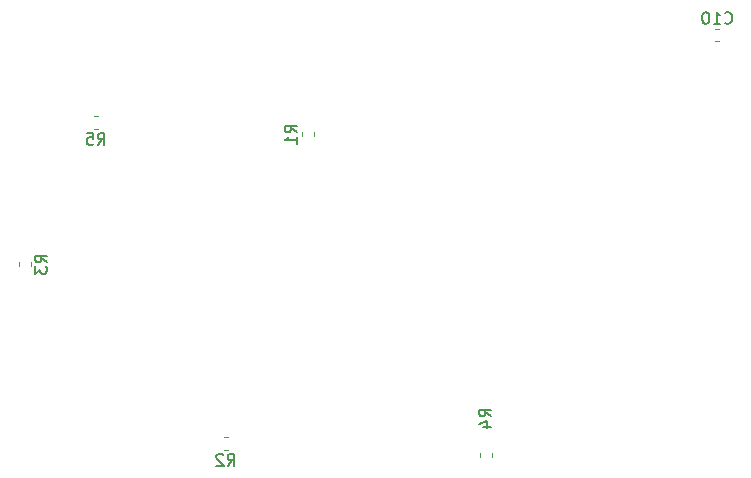
<source format=gbo>
G04 #@! TF.GenerationSoftware,KiCad,Pcbnew,5.1.6-c6e7f7d~87~ubuntu19.10.1*
G04 #@! TF.CreationDate,2023-03-13T14:52:07-06:00*
G04 #@! TF.ProjectId,twm,74776d2e-6b69-4636-9164-5f7063625858,rev?*
G04 #@! TF.SameCoordinates,Original*
G04 #@! TF.FileFunction,Legend,Bot*
G04 #@! TF.FilePolarity,Positive*
%FSLAX46Y46*%
G04 Gerber Fmt 4.6, Leading zero omitted, Abs format (unit mm)*
G04 Created by KiCad (PCBNEW 5.1.6-c6e7f7d~87~ubuntu19.10.1) date 2023-03-13 14:52:07*
%MOMM*%
%LPD*%
G01*
G04 APERTURE LIST*
%ADD10C,0.120000*%
%ADD11C,0.150000*%
%ADD12C,6.500000*%
%ADD13C,1.700000*%
%ADD14C,3.100000*%
%ADD15R,1.700000X1.700000*%
%ADD16C,3.600000*%
%ADD17C,3.400000*%
%ADD18R,4.100000X4.100000*%
G04 APERTURE END LIST*
D10*
X114828733Y-69459999D02*
X115171267Y-69459999D01*
X114828733Y-68439999D02*
X115171267Y-68439999D01*
X148510000Y-97296267D02*
X148510000Y-96953733D01*
X147490000Y-97296267D02*
X147490000Y-96953733D01*
X109485002Y-81121266D02*
X109485002Y-80778732D01*
X108465002Y-81121266D02*
X108465002Y-80778732D01*
X125828733Y-96635000D02*
X126171267Y-96635000D01*
X125828733Y-95615000D02*
X126171267Y-95615000D01*
X132465002Y-69778732D02*
X132465002Y-70121266D01*
X133485002Y-69778732D02*
X133485002Y-70121266D01*
X167791267Y-61060000D02*
X167448733Y-61060000D01*
X167791267Y-62080000D02*
X167448733Y-62080000D01*
D11*
X115166666Y-70832379D02*
X115500000Y-70356189D01*
X115738095Y-70832379D02*
X115738095Y-69832379D01*
X115357142Y-69832379D01*
X115261904Y-69879999D01*
X115214285Y-69927618D01*
X115166666Y-70022856D01*
X115166666Y-70165713D01*
X115214285Y-70260951D01*
X115261904Y-70308570D01*
X115357142Y-70356189D01*
X115738095Y-70356189D01*
X114261904Y-69832379D02*
X114738095Y-69832379D01*
X114785714Y-70308570D01*
X114738095Y-70260951D01*
X114642857Y-70213332D01*
X114404761Y-70213332D01*
X114309523Y-70260951D01*
X114261904Y-70308570D01*
X114214285Y-70403808D01*
X114214285Y-70641903D01*
X114261904Y-70737141D01*
X114309523Y-70784760D01*
X114404761Y-70832379D01*
X114642857Y-70832379D01*
X114738095Y-70784760D01*
X114785714Y-70737141D01*
X148452380Y-93833333D02*
X147976190Y-93500000D01*
X148452380Y-93261904D02*
X147452380Y-93261904D01*
X147452380Y-93642857D01*
X147500000Y-93738095D01*
X147547619Y-93785714D01*
X147642857Y-93833333D01*
X147785714Y-93833333D01*
X147880952Y-93785714D01*
X147928571Y-93738095D01*
X147976190Y-93642857D01*
X147976190Y-93261904D01*
X147785714Y-94690476D02*
X148452380Y-94690476D01*
X147404761Y-94452380D02*
X148119047Y-94214285D01*
X148119047Y-94833333D01*
X110857382Y-80783332D02*
X110381192Y-80449999D01*
X110857382Y-80211903D02*
X109857382Y-80211903D01*
X109857382Y-80592856D01*
X109905002Y-80688094D01*
X109952621Y-80735713D01*
X110047859Y-80783332D01*
X110190716Y-80783332D01*
X110285954Y-80735713D01*
X110333573Y-80688094D01*
X110381192Y-80592856D01*
X110381192Y-80211903D01*
X109857382Y-81116665D02*
X109857382Y-81735713D01*
X110238335Y-81402379D01*
X110238335Y-81545237D01*
X110285954Y-81640475D01*
X110333573Y-81688094D01*
X110428811Y-81735713D01*
X110666906Y-81735713D01*
X110762144Y-81688094D01*
X110809763Y-81640475D01*
X110857382Y-81545237D01*
X110857382Y-81259522D01*
X110809763Y-81164284D01*
X110762144Y-81116665D01*
X126166666Y-98007380D02*
X126500000Y-97531190D01*
X126738095Y-98007380D02*
X126738095Y-97007380D01*
X126357142Y-97007380D01*
X126261904Y-97055000D01*
X126214285Y-97102619D01*
X126166666Y-97197857D01*
X126166666Y-97340714D01*
X126214285Y-97435952D01*
X126261904Y-97483571D01*
X126357142Y-97531190D01*
X126738095Y-97531190D01*
X125785714Y-97102619D02*
X125738095Y-97055000D01*
X125642857Y-97007380D01*
X125404761Y-97007380D01*
X125309523Y-97055000D01*
X125261904Y-97102619D01*
X125214285Y-97197857D01*
X125214285Y-97293095D01*
X125261904Y-97435952D01*
X125833333Y-98007380D01*
X125214285Y-98007380D01*
X131997382Y-69783332D02*
X131521192Y-69449999D01*
X131997382Y-69211903D02*
X130997382Y-69211903D01*
X130997382Y-69592856D01*
X131045002Y-69688094D01*
X131092621Y-69735713D01*
X131187859Y-69783332D01*
X131330716Y-69783332D01*
X131425954Y-69735713D01*
X131473573Y-69688094D01*
X131521192Y-69592856D01*
X131521192Y-69211903D01*
X131997382Y-70735713D02*
X131997382Y-70164284D01*
X131997382Y-70449999D02*
X130997382Y-70449999D01*
X131140240Y-70354760D01*
X131235478Y-70259522D01*
X131283097Y-70164284D01*
X168262857Y-60497142D02*
X168310476Y-60544761D01*
X168453333Y-60592380D01*
X168548571Y-60592380D01*
X168691428Y-60544761D01*
X168786666Y-60449523D01*
X168834285Y-60354285D01*
X168881904Y-60163809D01*
X168881904Y-60020952D01*
X168834285Y-59830476D01*
X168786666Y-59735238D01*
X168691428Y-59640000D01*
X168548571Y-59592380D01*
X168453333Y-59592380D01*
X168310476Y-59640000D01*
X168262857Y-59687619D01*
X167310476Y-60592380D02*
X167881904Y-60592380D01*
X167596190Y-60592380D02*
X167596190Y-59592380D01*
X167691428Y-59735238D01*
X167786666Y-59830476D01*
X167881904Y-59878095D01*
X166691428Y-59592380D02*
X166596190Y-59592380D01*
X166500952Y-59640000D01*
X166453333Y-59687619D01*
X166405714Y-59782857D01*
X166358095Y-59973333D01*
X166358095Y-60211428D01*
X166405714Y-60401904D01*
X166453333Y-60497142D01*
X166500952Y-60544761D01*
X166596190Y-60592380D01*
X166691428Y-60592380D01*
X166786666Y-60544761D01*
X166834285Y-60497142D01*
X166881904Y-60401904D01*
X166929523Y-60211428D01*
X166929523Y-59973333D01*
X166881904Y-59782857D01*
X166834285Y-59687619D01*
X166786666Y-59640000D01*
X166691428Y-59592380D01*
%LPC*%
D12*
X139120000Y-98570000D03*
X96000000Y-111000000D03*
X96000000Y-56000000D03*
D13*
X115450000Y-60735000D03*
X116470000Y-63265000D03*
X117490000Y-60735000D03*
X118510000Y-63265000D03*
X119530000Y-60735000D03*
X120550000Y-63265000D03*
X121570000Y-60735000D03*
X122590000Y-63265000D03*
D14*
X110500000Y-58435000D03*
X125500000Y-58435000D03*
D13*
X135450000Y-60735000D03*
X136470000Y-63265000D03*
X137490000Y-60735000D03*
X138510000Y-63265000D03*
X139530000Y-60735000D03*
X140550000Y-63265000D03*
X141570000Y-60735000D03*
X142590000Y-63265000D03*
D14*
X130500000Y-58435000D03*
X145500000Y-58435000D03*
D13*
X156265000Y-101450000D03*
X153735000Y-102470000D03*
X156265000Y-103490000D03*
X153735000Y-104510000D03*
X156265000Y-105530000D03*
X153735000Y-106550000D03*
X156265000Y-107570000D03*
X153735000Y-108590000D03*
D14*
X158565000Y-96500000D03*
X158565000Y-111500000D03*
D13*
X122550000Y-106265000D03*
X121530000Y-103735000D03*
X120510000Y-106265000D03*
X119490000Y-103735000D03*
X118470000Y-106265000D03*
X117450000Y-103735000D03*
X116430000Y-106265000D03*
X115410000Y-103735000D03*
D14*
X127500000Y-108565000D03*
X112500000Y-108565000D03*
D13*
X100735000Y-80550000D03*
X103265000Y-79530000D03*
X100735000Y-78510000D03*
X103265000Y-77490000D03*
X100735000Y-76470000D03*
X103265000Y-75450000D03*
X100735000Y-74430000D03*
X103265000Y-73410000D03*
D14*
X98435000Y-85500000D03*
X98435000Y-70500000D03*
D13*
X171620000Y-89510000D03*
X156380000Y-89510000D03*
X171620000Y-86970000D03*
X171620000Y-84430000D03*
X171620000Y-81890000D03*
X171620000Y-79350000D03*
X171620000Y-76810000D03*
X171620000Y-74270000D03*
X171620000Y-71730000D03*
X171620000Y-69190000D03*
X171620000Y-66650000D03*
X171620000Y-64110000D03*
X171620000Y-61570000D03*
X171620000Y-59030000D03*
X171620000Y-56490000D03*
X156380000Y-86970000D03*
X156380000Y-84430000D03*
X156380000Y-81890000D03*
X156380000Y-79350000D03*
X156380000Y-76810000D03*
X156380000Y-74270000D03*
X156380000Y-71730000D03*
X156380000Y-69190000D03*
X156380000Y-66650000D03*
X156380000Y-64110000D03*
X156380000Y-61570000D03*
X156380000Y-59030000D03*
D15*
X156380000Y-56490000D03*
G36*
G01*
X115300000Y-69212499D02*
X115300000Y-68687499D01*
G75*
G02*
X115562500Y-68424999I262500J0D01*
G01*
X116187500Y-68424999D01*
G75*
G02*
X116450000Y-68687499I0J-262500D01*
G01*
X116450000Y-69212499D01*
G75*
G02*
X116187500Y-69474999I-262500J0D01*
G01*
X115562500Y-69474999D01*
G75*
G02*
X115300000Y-69212499I0J262500D01*
G01*
G37*
G36*
G01*
X113550000Y-69212499D02*
X113550000Y-68687499D01*
G75*
G02*
X113812500Y-68424999I262500J0D01*
G01*
X114437500Y-68424999D01*
G75*
G02*
X114700000Y-68687499I0J-262500D01*
G01*
X114700000Y-69212499D01*
G75*
G02*
X114437500Y-69474999I-262500J0D01*
G01*
X113812500Y-69474999D01*
G75*
G02*
X113550000Y-69212499I0J262500D01*
G01*
G37*
G36*
G01*
X148262500Y-96825000D02*
X147737500Y-96825000D01*
G75*
G02*
X147475000Y-96562500I0J262500D01*
G01*
X147475000Y-95937500D01*
G75*
G02*
X147737500Y-95675000I262500J0D01*
G01*
X148262500Y-95675000D01*
G75*
G02*
X148525000Y-95937500I0J-262500D01*
G01*
X148525000Y-96562500D01*
G75*
G02*
X148262500Y-96825000I-262500J0D01*
G01*
G37*
G36*
G01*
X148262500Y-98575000D02*
X147737500Y-98575000D01*
G75*
G02*
X147475000Y-98312500I0J262500D01*
G01*
X147475000Y-97687500D01*
G75*
G02*
X147737500Y-97425000I262500J0D01*
G01*
X148262500Y-97425000D01*
G75*
G02*
X148525000Y-97687500I0J-262500D01*
G01*
X148525000Y-98312500D01*
G75*
G02*
X148262500Y-98575000I-262500J0D01*
G01*
G37*
G36*
G01*
X109237502Y-80649999D02*
X108712502Y-80649999D01*
G75*
G02*
X108450002Y-80387499I0J262500D01*
G01*
X108450002Y-79762499D01*
G75*
G02*
X108712502Y-79499999I262500J0D01*
G01*
X109237502Y-79499999D01*
G75*
G02*
X109500002Y-79762499I0J-262500D01*
G01*
X109500002Y-80387499D01*
G75*
G02*
X109237502Y-80649999I-262500J0D01*
G01*
G37*
G36*
G01*
X109237502Y-82399999D02*
X108712502Y-82399999D01*
G75*
G02*
X108450002Y-82137499I0J262500D01*
G01*
X108450002Y-81512499D01*
G75*
G02*
X108712502Y-81249999I262500J0D01*
G01*
X109237502Y-81249999D01*
G75*
G02*
X109500002Y-81512499I0J-262500D01*
G01*
X109500002Y-82137499D01*
G75*
G02*
X109237502Y-82399999I-262500J0D01*
G01*
G37*
G36*
G01*
X126300000Y-96387500D02*
X126300000Y-95862500D01*
G75*
G02*
X126562500Y-95600000I262500J0D01*
G01*
X127187500Y-95600000D01*
G75*
G02*
X127450000Y-95862500I0J-262500D01*
G01*
X127450000Y-96387500D01*
G75*
G02*
X127187500Y-96650000I-262500J0D01*
G01*
X126562500Y-96650000D01*
G75*
G02*
X126300000Y-96387500I0J262500D01*
G01*
G37*
G36*
G01*
X124550000Y-96387500D02*
X124550000Y-95862500D01*
G75*
G02*
X124812500Y-95600000I262500J0D01*
G01*
X125437500Y-95600000D01*
G75*
G02*
X125700000Y-95862500I0J-262500D01*
G01*
X125700000Y-96387500D01*
G75*
G02*
X125437500Y-96650000I-262500J0D01*
G01*
X124812500Y-96650000D01*
G75*
G02*
X124550000Y-96387500I0J262500D01*
G01*
G37*
G36*
G01*
X132712502Y-70249999D02*
X133237502Y-70249999D01*
G75*
G02*
X133500002Y-70512499I0J-262500D01*
G01*
X133500002Y-71137499D01*
G75*
G02*
X133237502Y-71399999I-262500J0D01*
G01*
X132712502Y-71399999D01*
G75*
G02*
X132450002Y-71137499I0J262500D01*
G01*
X132450002Y-70512499D01*
G75*
G02*
X132712502Y-70249999I262500J0D01*
G01*
G37*
G36*
G01*
X132712502Y-68499999D02*
X133237502Y-68499999D01*
G75*
G02*
X133500002Y-68762499I0J-262500D01*
G01*
X133500002Y-69387499D01*
G75*
G02*
X133237502Y-69649999I-262500J0D01*
G01*
X132712502Y-69649999D01*
G75*
G02*
X132450002Y-69387499I0J262500D01*
G01*
X132450002Y-68762499D01*
G75*
G02*
X132712502Y-68499999I262500J0D01*
G01*
G37*
D13*
X97000000Y-100250000D03*
D16*
X99000000Y-104750000D03*
X99000000Y-95750000D03*
D17*
X100000000Y-100250000D03*
D18*
X106000000Y-100250000D03*
G36*
G01*
X167320000Y-61307500D02*
X167320000Y-61832500D01*
G75*
G02*
X167057500Y-62095000I-262500J0D01*
G01*
X166432500Y-62095000D01*
G75*
G02*
X166170000Y-61832500I0J262500D01*
G01*
X166170000Y-61307500D01*
G75*
G02*
X166432500Y-61045000I262500J0D01*
G01*
X167057500Y-61045000D01*
G75*
G02*
X167320000Y-61307500I0J-262500D01*
G01*
G37*
G36*
G01*
X169070000Y-61307500D02*
X169070000Y-61832500D01*
G75*
G02*
X168807500Y-62095000I-262500J0D01*
G01*
X168182500Y-62095000D01*
G75*
G02*
X167920000Y-61832500I0J262500D01*
G01*
X167920000Y-61307500D01*
G75*
G02*
X168182500Y-61045000I262500J0D01*
G01*
X168807500Y-61045000D01*
G75*
G02*
X169070000Y-61307500I0J-262500D01*
G01*
G37*
M02*

</source>
